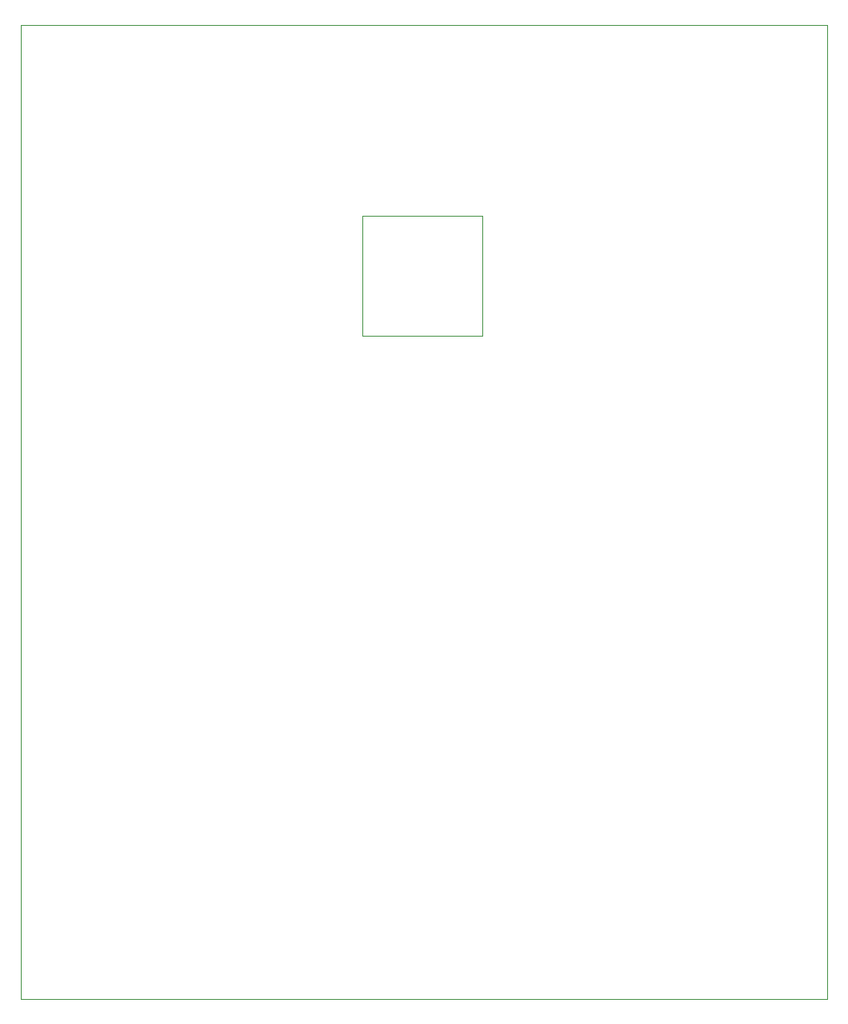
<source format=gm1>
%TF.GenerationSoftware,KiCad,Pcbnew,(6.0.5)*%
%TF.CreationDate,2022-07-09T20:44:09-07:00*%
%TF.ProjectId,solar-panel-side-Y-plus,736f6c61-722d-4706-916e-656c2d736964,rev?*%
%TF.SameCoordinates,Original*%
%TF.FileFunction,Profile,NP*%
%FSLAX46Y46*%
G04 Gerber Fmt 4.6, Leading zero omitted, Abs format (unit mm)*
G04 Created by KiCad (PCBNEW (6.0.5)) date 2022-07-09 20:44:09*
%MOMM*%
%LPD*%
G01*
G04 APERTURE LIST*
%TA.AperFunction,Profile*%
%ADD10C,0.100000*%
%TD*%
G04 APERTURE END LIST*
D10*
X107620000Y-43650000D02*
X189620000Y-43650000D01*
X189620000Y-142650000D02*
X107620000Y-142650000D01*
X189620000Y-43650000D02*
X189620000Y-142650000D01*
X107620000Y-142650000D02*
X107620000Y-43650000D01*
X154560000Y-75230000D02*
X154560000Y-63030000D01*
X142360000Y-63030000D02*
X154560000Y-63030000D01*
X142360000Y-75230000D02*
X154560000Y-75230000D01*
X142360000Y-63030000D02*
X142360000Y-75230000D01*
M02*

</source>
